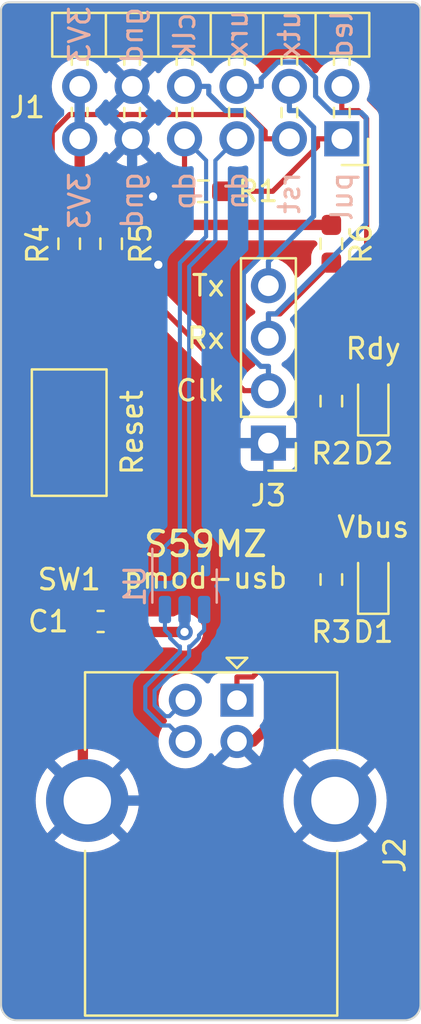
<source format=kicad_pcb>
(kicad_pcb (version 20221018) (generator pcbnew)
  (title_block (title "PMOD - USB") (date "2023-12-01") (rev "1.0") (company "S59MZ"))
  (layers (0 "F.Cu" signal) (31 "B.Cu" signal) (34 "B.Paste" user) (35 "F.Paste" user) (36 "B.SilkS" user "B.Silkscreen") (37 "F.SilkS" user "F.Silkscreen") (38 "B.Mask" user) (39 "F.Mask" user) (44 "Edge.Cuts" user))
  (net 0 "")
  (net 1 "+3V3")
  (net 2 "GND")
  (net 3 "Net-(D1-A)")
  (net 4 "Net-(D2-A)")
  (net 5 "/dp_pull")
  (net 6 "/led")
  (net 7 "/uart_tx")
  (net 8 "/uart-rx")
  (net 9 "/rst")
  (net 10 "/clk")
  (net 11 "Net-(J2-VBUS)")
  (net 12 "/d-")
  (net 13 "/d+")
  (net 14 "/d_N")
  (net 15 "/d_P")
  (footprint "Resistor_SMD:R_0603_1608Metric_Pad0.98x0.95mm_HandSolder" (layer "F.Cu") (at 122.682 87.3125 -90)
    (fp_text reference "R3" (at 2.54 0) (layer "F.SilkS"))
    (fp_text value "150E")
    (fp_line (start -0.254724 -0.5225) (end 0.254724 -0.5225) (stroke (width 0.12)) (layer "F.SilkS"))
    (fp_line (start -0.254724 0.5225) (end 0.254724 0.5225) (stroke (width 0.12)) (layer "F.SilkS"))
    (pad "1" smd roundrect (at -0.9125 0 270) (size 0.975 0.95) (layers "F.Cu" "F.Paste" "F.Mask") (net 3 "Net-(D1-A)"))
    (pad "2" smd roundrect (at 0.9125 0 270) (size 0.975 0.95) (layers "F.Cu" "F.Paste" "F.Mask") (net 11 "Net-(J2-VBUS)"))
  )
  (footprint "LED_SMD:LED_0603_1608Metric_Pad1.05x0.95mm_HandSolder" (layer "F.Cu") (at 124.714 87.3125 90)
    (fp_text reference "D1" (at -2.54 0 180) (layer "F.SilkS"))
    (fp_text value "Vbus" (at 2.54 0) (layer "F.SilkS"))
    (fp_line (start -1.66 -0.735) (end -1.66 0.735) (stroke (width 0.12)) (layer "F.SilkS"))
    (fp_line (start -1.66 0.735) (end 0.8 0.735) (stroke (width 0.12)) (layer "F.SilkS"))
    (fp_line (start 0.8 -0.735) (end -1.66 -0.735) (stroke (width 0.12)) (layer "F.SilkS"))
    (pad "1" smd roundrect (at -0.875 0 90) (size 1.05 0.95) (layers "F.Cu" "F.Paste" "F.Mask") (net 2 "GND"))
    (pad "2" smd roundrect (at 0.875 0 90) (size 1.05 0.95) (layers "F.Cu" "F.Paste" "F.Mask") (net 3 "Net-(D1-A)"))
  )
  (footprint "Resistor_SMD:R_0603_1608Metric_Pad0.98x0.95mm_HandSolder" (layer "F.Cu") (at 122.682 71.0565 -90)
    (fp_text reference "R6" (at 0 -1.43 90) (layer "F.SilkS"))
    (fp_text value "10k")
    (fp_line (start -0.254724 -0.5225) (end 0.254724 -0.5225) (stroke (width 0.12)) (layer "F.SilkS"))
    (fp_line (start -0.254724 0.5225) (end 0.254724 0.5225) (stroke (width 0.12)) (layer "F.SilkS"))
    (pad "1" smd roundrect (at -0.9125 0 270) (size 0.975 0.95) (layers "F.Cu" "F.Paste" "F.Mask") (net 1 "+3V3"))
    (pad "2" smd roundrect (at 0.9125 0 270) (size 0.975 0.95) (layers "F.Cu" "F.Paste" "F.Mask") (net 8 "/uart-rx"))
  )
  (footprint "Resistor_SMD:R_0603_1608Metric_Pad0.98x0.95mm_HandSolder" (layer "F.Cu") (at 109.982 71.0565 -90)
    (fp_text reference "R4" (at 0 1.524 90) (layer "F.SilkS"))
    (fp_text value "10k")
    (fp_line (start -0.254724 -0.5225) (end 0.254724 -0.5225) (stroke (width 0.12)) (layer "F.SilkS"))
    (fp_line (start -0.254724 0.5225) (end 0.254724 0.5225) (stroke (width 0.12)) (layer "F.SilkS"))
    (pad "1" smd roundrect (at -0.9125 0 270) (size 0.975 0.95) (layers "F.Cu" "F.Paste" "F.Mask") (net 1 "+3V3"))
    (pad "2" smd roundrect (at 0.9125 0 270) (size 0.975 0.95) (layers "F.Cu" "F.Paste" "F.Mask") (net 9 "/rst"))
  )
  (footprint "LED_SMD:LED_0603_1608Metric_Pad1.05x0.95mm_HandSolder" (layer "F.Cu") (at 124.714 78.6765 90)
    (fp_text reference "D2" (at -2.54 0) (layer "F.SilkS"))
    (fp_text value "Rdy" (at 2.54 0) (layer "F.SilkS"))
    (fp_line (start -1.66 -0.735) (end -1.66 0.735) (stroke (width 0.12)) (layer "F.SilkS"))
    (fp_line (start -1.66 0.735) (end 0.8 0.735) (stroke (width 0.12)) (layer "F.SilkS"))
    (fp_line (start 0.8 -0.735) (end -1.66 -0.735) (stroke (width 0.12)) (layer "F.SilkS"))
    (pad "1" smd roundrect (at -0.875 0 90) (size 1.05 0.95) (layers "F.Cu" "F.Paste" "F.Mask") (net 2 "GND"))
    (pad "2" smd roundrect (at 0.875 0 90) (size 1.05 0.95) (layers "F.Cu" "F.Paste" "F.Mask") (net 4 "Net-(D2-A)"))
  )
  (footprint "Connector_PinHeader_2.54mm:PinHeader_2x06_P2.54mm_Horizontal" (layer "F.Cu") (at 123.19 65.9765 90)
    (fp_text reference "J1" (at 1.524 -15.24) (layer "F.SilkS"))
    (fp_text value "pmod")
    (fp_line (start -1.27 1.27) (end -1.27 0) (stroke (width 0.12)) (layer "F.SilkS"))
    (fp_line (start -1.27 1.27) (end 0 1.27) (stroke (width 0.12)) (layer "F.SilkS"))
    (fp_line (start 1.042929 -10.54) (end 1.497071 -10.54) (stroke (width 0.12)) (layer "F.SilkS"))
    (fp_line (start 1.042929 -9.78) (end 1.497071 -9.78) (stroke (width 0.12)) (layer "F.SilkS"))
    (fp_line (start 1.042929 -8) (end 1.497071 -8) (stroke (width 0.12)) (layer "F.SilkS"))
    (fp_line (start 1.042929 -7.24) (end 1.497071 -7.24) (stroke (width 0.12)) (layer "F.SilkS"))
    (fp_line (start 1.042929 -5.46) (end 1.497071 -5.46) (stroke (width 0.12)) (layer "F.SilkS"))
    (fp_line (start 1.042929 -4.7) (end 1.497071 -4.7) (stroke (width 0.12)) (layer "F.SilkS"))
    (fp_line (start 1.042929 -2.92) (end 1.497071 -2.92) (stroke (width 0.12)) (layer "F.SilkS"))
    (fp_line (start 1.042929 -2.16) (end 1.497071 -2.16) (stroke (width 0.12)) (layer "F.SilkS"))
    (fp_line (start 1.042929 -0.38) (end 1.497071 -0.38) (stroke (width 0.12)) (layer "F.SilkS"))
    (fp_line (start 1.042929 0.38) (end 1.497071 0.38) (stroke (width 0.12)) (layer "F.SilkS"))
    (fp_line (start 1.11 -13.08) (end 1.497071 -13.08) (stroke (width 0.12)) (layer "F.SilkS"))
    (fp_line (start 1.11 -12.32) (end 1.497071 -12.32) (stroke (width 0.12)) (layer "F.SilkS"))
    (fp_line (start 3.582929 -13.08) (end 3.98 -13.08) (stroke (width 0.12)) (layer "F.SilkS"))
    (fp_line (start 3.582929 -12.32) (end 3.98 -12.32) (stroke (width 0.12)) (layer "F.SilkS"))
    (fp_line (start 3.582929 -10.54) (end 3.98 -10.54) (stroke (width 0.12)) (layer "F.SilkS"))
    (fp_line (start 3.582929 -9.78) (end 3.98 -9.78) (stroke (width 0.12)) (layer "F.SilkS"))
    (fp_line (start 3.582929 -8) (end 3.98 -8) (stroke (width 0.12)) (layer "F.SilkS"))
    (fp_line (start 3.582929 -7.24) (end 3.98 -7.24) (stroke (width 0.12)) (layer "F.SilkS"))
    (fp_line (start 3.582929 -5.46) (end 3.98 -5.46) (stroke (width 0.12)) (layer "F.SilkS"))
    (fp_line (start 3.582929 -4.7) (end 3.98 -4.7) (stroke (width 0.12)) (layer "F.SilkS"))
    (fp_line (start 3.582929 -2.92) (end 3.98 -2.92) (stroke (width 0.12)) (layer "F.SilkS"))
    (fp_line (start 3.582929 -2.16) (end 3.98 -2.16) (stroke (width 0.12)) (layer "F.SilkS"))
    (fp_line (start 3.582929 -0.38) (end 3.98 -0.38) (stroke (width 0.12)) (layer "F.SilkS"))
    (fp_line (start 3.582929 0.38) (end 3.98 0.38) (stroke (width 0.12)) (layer "F.SilkS"))
    (fp_line (start 3.98 -14.03) (end 3.98 1.33) (stroke (width 0.12)) (layer "F.SilkS"))
    (fp_line (start 3.98 -11.43) (end 6.096 -11.43) (stroke (width 0.12)) (layer "F.SilkS"))
    (fp_line (start 3.98 -8.89) (end 6.096 -8.89) (stroke (width 0.12)) (layer "F.SilkS"))
    (fp_line (start 3.98 -6.35) (end 6.096 -6.35) (stroke (width 0.12)) (layer "F.SilkS"))
    (fp_line (start 3.98 -3.81) (end 6.096 -3.81) (stroke (width 0.12)) (layer "F.SilkS"))
    (fp_line (start 3.98 -1.27) (end 6.096 -1.27) (stroke (width 0.12)) (layer "F.SilkS"))
    (fp_line (start 3.98 1.33) (end 6.096 1.33) (stroke (width 0.12)) (layer "F.SilkS"))
    (fp_line (start 6.096 -14.03) (end 3.98 -14.03) (stroke (width 0.12)) (layer "F.SilkS"))
    (fp_line (start 6.096 1.33) (end 6.096 -14.03) (stroke (width 0.12)) (layer "F.SilkS"))
    (pad "1" thru_hole rect locked (at 0 0 90) (size 1.7 1.7) (drill 1) (layers "*.Cu" "*.Mask") (net 5 "/dp_pull"))
    (pad "2" thru_hole oval locked (at 2.54 0 90) (size 1.7 1.7) (drill 1) (layers "*.Cu" "*.Mask") (net 6 "/led"))
    (pad "3" thru_hole oval locked (at 0 -2.54 90) (size 1.7 1.7) (drill 1) (layers "*.Cu" "*.Mask") (net 9 "/rst"))
    (pad "4" thru_hole oval locked (at 2.54 -2.54 90) (size 1.7 1.7) (drill 1) (layers "*.Cu" "*.Mask") (net 7 "/uart_tx"))
    (pad "5" thru_hole oval locked (at 0 -5.08 90) (size 1.7 1.7) (drill 1) (layers "*.Cu" "*.Mask") (net 14 "/d_N"))
    (pad "6" thru_hole oval locked (at 2.54 -5.08 90) (size 1.7 1.7) (drill 1) (layers "*.Cu" "*.Mask") (net 8 "/uart-rx"))
    (pad "7" thru_hole oval locked (at 0 -7.62 90) (size 1.7 1.7) (drill 1) (layers "*.Cu" "*.Mask") (net 15 "/d_P"))
    (pad "8" thru_hole oval locked (at 2.54 -7.62 90) (size 1.7 1.7) (drill 1) (layers "*.Cu" "*.Mask") (net 10 "/clk"))
    (pad "9" thru_hole oval locked (at 0 -10.16 90) (size 1.7 1.7) (drill 1) (layers "*.Cu" "*.Mask") (net 2 "GND"))
    (pad "10" thru_hole oval locked (at 2.54 -10.16 90) (size 1.7 1.7) (drill 1) (layers "*.Cu" "*.Mask") (net 2 "GND"))
    (pad "11" thru_hole oval locked (at 0 -12.7 90) (size 1.7 1.7) (drill 1) (layers "*.Cu" "*.Mask") (net 1 "+3V3"))
    (pad "12" thru_hole oval locked (at 2.54 -12.7 90) (size 1.7 1.7) (drill 1) (layers "*.Cu" "*.Mask") (net 1 "+3V3"))
  )
  (footprint "Connector_USB:USB_B_Lumberg_2411_02_Horizontal" (layer "F.Cu") (at 118.11 93.1545 -90)
    (fp_text reference "J2" (at 7.5 -7.65 90) (layer "F.SilkS"))
    (fp_text value "USB_B")
    (fp_line (start -2.05 -0.5) (end -2.05 0.5) (stroke (width 0.12)) (layer "F.SilkS"))
    (fp_line (start -2.05 0.5) (end -1.55 0) (stroke (width 0.12)) (layer "F.SilkS"))
    (fp_line (start -1.55 0) (end -2.05 -0.5) (stroke (width 0.12)) (layer "F.SilkS"))
    (fp_line (start -1.35 -4.86) (end 2.4 -4.86) (stroke (width 0.12)) (layer "F.SilkS"))
    (fp_line (start -1.35 7.36) (end -1.35 -4.86) (stroke (width 0.12)) (layer "F.SilkS"))
    (fp_line (start -1.35 7.36) (end 2.4 7.36) (stroke (width 0.12)) (layer "F.SilkS"))
    (fp_line (start 15.27 -4.86) (end 7.3 -4.86) (stroke (width 0.12)) (layer "F.SilkS"))
    (fp_line (start 15.27 7.36) (end 7.3 7.36) (stroke (width 0.12)) (layer "F.SilkS"))
    (fp_line (start 15.27 7.36) (end 15.27 -4.86) (stroke (width 0.12)) (layer "F.SilkS"))
    (pad "1" thru_hole rect locked (at 0 0) (size 1.6 1.6) (drill 0.95) (layers "*.Cu" "*.Mask") (net 11 "Net-(J2-VBUS)"))
    (pad "2" thru_hole circle locked (at 0 2.5) (size 1.6 1.6) (drill 0.95) (layers "*.Cu" "*.Mask") (net 12 "/d-"))
    (pad "3" thru_hole circle locked (at 2 2.5) (size 1.6 1.6) (drill 0.95) (layers "*.Cu" "*.Mask") (net 13 "/d+"))
    (pad "4" thru_hole circle locked (at 2 0) (size 1.6 1.6) (drill 0.95) (layers "*.Cu" "*.Mask") (net 2 "GND"))
    (pad "5" thru_hole circle locked (at 4.86 -4.75) (size 4 4) (drill 2.3) (layers "*.Cu" "*.Mask") (net 2 "GND"))
    (pad "5" thru_hole circle locked (at 4.86 7.25) (size 4 4) (drill 2.3) (layers "*.Cu" "*.Mask") (net 2 "GND"))
  )
  (footprint "Capacitor_SMD:C_0603_1608Metric_Pad1.08x0.95mm_HandSolder" (layer "F.Cu") (at 111.506 89.3445 180)
    (fp_text reference "C1" (at 2.54 0) (layer "F.SilkS"))
    (fp_text value "100n")
    (fp_line (start -0.146267 -0.51) (end 0.146267 -0.51) (stroke (width 0.12)) (layer "F.SilkS"))
    (fp_line (start -0.146267 0.51) (end 0.146267 0.51) (stroke (width 0.12)) (layer "F.SilkS"))
    (pad "1" smd roundrect (at -0.8625 0 180) (size 1.075 0.95) (layers "F.Cu" "F.Paste" "F.Mask") (net 1 "+3V3"))
    (pad "2" smd roundrect (at 0.8625 0 180) (size 1.075 0.95) (layers "F.Cu" "F.Paste" "F.Mask") (net 2 "GND"))
  )
  (footprint "Resistor_SMD:R_0603_1608Metric_Pad0.98x0.95mm_HandSolder" (layer "F.Cu") (at 112.014 71.0565 -90)
    (fp_text reference "R5" (at 0 -1.43 90) (layer "F.SilkS"))
    (fp_text value "10k")
    (fp_line (start -0.254724 -0.5225) (end 0.254724 -0.5225) (stroke (width 0.12)) (layer "F.SilkS"))
    (fp_line (start -0.254724 0.5225) (end 0.254724 0.5225) (stroke (width 0.12)) (layer "F.SilkS"))
    (pad "1" smd roundrect (at -0.9125 0 270) (size 0.975 0.95) (layers "F.Cu" "F.Paste" "F.Mask") (net 1 "+3V3"))
    (pad "2" smd roundrect (at 0.9125 0 270) (size 0.975 0.95) (layers "F.Cu" "F.Paste" "F.Mask") (net 10 "/clk"))
  )
  (footprint "Connector_PinHeader_2.54mm:PinHeader_1x04_P2.54mm_Vertical" (layer "F.Cu") (at 119.634 80.7085 180)
    (fp_text reference "J3" (at 0 -2.54) (layer "F.SilkS"))
    (fp_text value "Debug")
    (fp_text user "Rx" (at 2.032 5.08 unlocked) (layer "F.SilkS") (effects (justify right)))
    (fp_text user "Clk" (at 2.032 2.54 unlocked) (layer "F.SilkS") (effects (justify right)))
    (fp_text user "Tx" (at 2.032 7.62 unlocked) (layer "F.SilkS") (effects (justify right)))
    (fp_line (start -1.33 -1.33) (end 0 -1.33) (stroke (width 0.12)) (layer "F.SilkS"))
    (fp_line (start -1.33 0) (end -1.33 -1.33) (stroke (width 0.12)) (layer "F.SilkS"))
    (fp_line (start -1.33 1.27) (end -1.33 8.95) (stroke (width 0.12)) (layer "F.SilkS"))
    (fp_line (start -1.33 1.27) (end 1.33 1.27) (stroke (width 0.12)) (layer "F.SilkS"))
    (fp_line (start -1.33 8.95) (end 1.33 8.95) (stroke (width 0.12)) (layer "F.SilkS"))
    (fp_line (start 1.33 1.27) (end 1.33 8.95) (stroke (width 0.12)) (layer "F.SilkS"))
    (pad "1" thru_hole rect (at 0 0 180) (size 1.7 1.7) (drill 1) (layers "*.Cu" "*.Mask") (net 2 "GND"))
    (pad "2" thru_hole oval (at 0 2.54 180) (size 1.7 1.7) (drill 1) (layers "*.Cu" "*.Mask") (net 10 "/clk"))
    (pad "3" thru_hole oval (at 0 5.08 180) (size 1.7 1.7) (drill 1) (layers "*.Cu" "*.Mask") (net 8 "/uart-rx"))
    (pad "4" thru_hole oval (at 0 7.62 180) (size 1.7 1.7) (drill 1) (layers "*.Cu" "*.Mask") (net 7 "/uart_tx"))
  )
  (footprint "Button_Switch_SMD:SW_SPST_FSMSM" (layer "F.Cu") (at 109.982 80.2005 -90)
    (fp_text reference "SW1" (at 7.112 0) (layer "F.SilkS"))
    (fp_text value "Reset" (at 0 -3.048 90) (layer "F.SilkS"))
    (fp_line (start -3.06 -1.81) (end 3.06 -1.81) (stroke (width 0.12)) (layer "F.SilkS"))
    (fp_line (start -3.06 1.81) (end -3.06 -1.81) (stroke (width 0.12)) (layer "F.SilkS"))
    (fp_line (start 3.06 -1.81) (end 3.06 1.81) (stroke (width 0.12)) (layer "F.SilkS"))
    (fp_line (start 3.06 1.81) (end -3.06 1.81) (stroke (width 0.12)) (layer "F.SilkS"))
    (pad "1" smd rect (at -4.59 0 270) (size 2.18 1.6) (layers "F.Cu" "F.Paste" "F.Mask") (net 9 "/rst"))
    (pad "2" smd rect (at 4.59 0 270) (size 2.18 1.6) (layers "F.Cu" "F.Paste" "F.Mask") (net 2 "GND"))
  )
  (footprint "Resistor_SMD:R_0603_1608Metric_Pad0.98x0.95mm_HandSolder" (layer "F.Cu") (at 122.682 78.6765 90)
    (fp_text reference "R2" (at -2.54 0) (layer "F.SilkS"))
    (fp_text value "68E")
    (fp_line (start -0.254724 -0.5225) (end 0.254724 -0.5225) (stroke (width 0.12)) (layer "F.SilkS"))
    (fp_line (start -0.254724 0.5225) (end 0.254724 0.5225) (stroke (width 0.12)) (layer "F.SilkS"))
    (pad "1" smd roundrect (at -0.9125 0 90) (size 0.975 0.95) (layers "F.Cu" "F.Paste" "F.Mask") (net 4 "Net-(D2-A)"))
    (pad "2" smd roundrect (at 0.9125 0 90) (size 0.975 0.95) (layers "F.Cu" "F.Paste" "F.Mask") (net 6 "/led"))
  )
  (footprint "Resistor_SMD:R_0603_1608Metric_Pad0.98x0.95mm_HandSolder" (layer "F.Cu") (at 116.4825 68.5165 180)
    (fp_text reference "R1" (at -2.6435 0) (layer "F.SilkS"))
    (fp_text value "1k5")
    (fp_line (start -0.254724 -0.5225) (end 0.254724 -0.5225) (stroke (width 0.12)) (layer "F.SilkS"))
    (fp_line (start -0.254724 0.5225) (end 0.254724 0.5225) (stroke (width 0.12)) (layer "F.SilkS"))
    (pad "1" smd roundrect (at -0.9125 0 180) (size 0.975 0.95) (layers "F.Cu" "F.Paste" "F.Mask") (net 5 "/dp_pull"))
    (pad "2" smd roundrect (at 0.9125 0 180) (size 0.975 0.95) (layers "F.Cu" "F.Paste" "F.Mask") (net 15 "/d_P"))
  )
  (footprint "Package_TO_SOT_SMD:SOT-23-6" (layer "B.Cu") (at 115.57 87.63 -90)
    (fp_text reference "U1" (at 0 2.4 90) (layer "B.SilkS") (effects (justify mirror)))
    (fp_text value "USBLC6-2SC6")
    (fp_line (start 0 -1.56) (end -0.8 -1.56) (stroke (width 0.12)) (layer "B.SilkS"))
    (fp_line (start 0 -1.56) (end 0.8 -1.56) (stroke (width 0.12)) (layer "B.SilkS"))
    (fp_line (start 0 1.56) (end -1.8 1.56) (stroke (width 0.12)) (layer "B.SilkS"))
    (fp_line (start 0 1.56) (end 0.8 1.56) (stroke (width 0.12)) (layer "B.SilkS"))
    (pad "1" smd roundrect (at -1.1375 0.95 270) (size 1.325 0.6) (layers "B.Cu" "B.Paste" "B.Mask") (net 15 "/d_P"))
    (pad "2" smd roundrect (at -1.1375 0 270) (size 1.325 0.6) (layers "B.Cu" "B.Paste" "B.Mask") (net 2 "GND"))
    (pad "3" smd roundrect (at -1.1375 -0.95 270) (size 1.325 0.6) (layers "B.Cu" "B.Paste" "B.Mask") (net 14 "/d_N"))
    (pad "4" smd roundrect (at 1.1375 -0.95 270) (size 1.325 0.6) (layers "B.Cu" "B.Paste" "B.Mask") (net 12 "/d-"))
    (pad "5" smd roundrect (at 1.1375 0 270) (size 1.325 0.6) (layers "B.Cu" "B.Paste" "B.Mask") (net 1 "+3V3"))
    (pad "6" smd roundrect (at 1.1375 0.95 270) (size 1.325 0.6) (layers "B.Cu" "B.Paste" "B.Mask") (net 13 "/d+"))
  )
  (gr_arc (start 106.68 59.7535) (mid 106.791592 59.484092) (end 107.061 59.3725) (stroke (width 0.1)) (layer "Edge.Cuts"))
  (gr_arc (start 107.442 108.6485) (mid 106.903185 108.425315) (end 106.68 107.8865) (stroke (width 0.1)) (layer "Edge.Cuts"))
  (gr_line (start 126.619 59.3725) (end 107.061 59.3725) (stroke (width 0.1)) (layer "Edge.Cuts"))
  (gr_line (start 127 107.8865) (end 127 59.7535) (stroke (width 0.1)) (layer "Edge.Cuts"))
  (gr_arc (start 127 107.8865) (mid 126.776815 108.425315) (end 126.238 108.6485) (stroke (width 0.1)) (layer "Edge.Cuts"))
  (gr_line (start 107.442 108.6485) (end 126.238 108.6485) (stroke (width 0.1)) (layer "Edge.Cuts"))
  (gr_line (start 106.68 59.7535) (end 106.68 107.8865) (stroke (width 0.1)) (layer "Edge.Cuts"))
  (gr_arc (start 126.619 59.3725) (mid 126.888408 59.484092) (end 127 59.7535) (stroke (width 0.1)) (layer "Edge.Cuts"))
  (gr_text "gnd" (at 113.03 67.5005 90) (layer "B.SilkS") (effects (font (size 1 1)) (justify left mirror)))
  (gr_text "3V3" (at 110.49 62.4205 90) (layer "B.SilkS") (effects (font (size 1 1)) (justify right mirror)))
  (gr_text "utx" (at 120.65 62.1665 90) (layer "B.SilkS") (effects (font (size 1 1)) (justify right mirror)))
  (gr_text "pul" (at 123.19 67.5005 90) (layer "B.SilkS") (effects (font (size 1 1)) (justify left mirror)))
  (gr_text "clk" (at 115.57 62.1665 90) (layer "B.SilkS") (effects (font (size 1 1)) (justify right mirror)))
  (gr_text "led" (at 123.19 62.1665 90) (layer "B.SilkS") (effects (font (size 1 1)) (justify right mirror)))
  (gr_text "rst" (at 120.65 67.5005 90) (layer "B.SilkS") (effects (font (size 1 1)) (justify left mirror)))
  (gr_text "dn" (at 118.11 67.5005 90) (layer "B.SilkS") (effects (font (size 1 1)) (justify left mirror)))
  (gr_text "urx" (at 118.11 62.1665 90) (layer "B.SilkS") (effects (font (size 1 1)) (justify right mirror)))
  (gr_text "dp" (at 115.57 67.5005 90) (layer "B.SilkS") (effects (font (size 1 1)) (justify left mirror)))
  (gr_text "gnd" (at 113.03 62.4205 90) (layer "B.SilkS") (effects (font (size 1 1)) (justify right mirror)))
  (gr_text "3V3" (at 110.49 67.5005 90) (layer "B.SilkS") (effects (font (size 1 1)) (justify left mirror)))
  (gr_text "S59MZ" (at 116.586 86.2965) (layer "F.SilkS") (effects (font (size 1.2 1.2) (thickness 0.18)) (justify bottom)))
  (gr_text "pmod-usb" (at 116.586 87.8205) (layer "F.SilkS") (effects (font (size 1 1)) (justify bottom)))
  (segment (start 111.506 70.652) (end 112.014 70.144) (width 0.5) (layer "F.Cu") (net 1))
  (segment (start 115.57 89.8525) (end 112.8765 89.8525) (width 0.5) (layer "F.Cu") (net 1))
  (segment (start 110.49 70.144) (end 110.49 67.2768) (width 0.5) (layer "F.Cu") (net 1))
  (segment (start 111.0615 73.4332) (end 111.0615 70.652) (width 0.5) (layer "F.Cu") (net 1))
  (segment (start 112.8765 89.8525) (end 112.3685 89.3445) (width 0.5) (layer "F.Cu") (net 1))
  (segment (start 112.3685 74.7402) (end 111.0615 73.4332) (width 0.5) (layer "F.Cu") (net 1))
  (segment (start 112.014 70.144) (end 122.682 70.144) (width 0.5) (layer "F.Cu") (net 1))
  (segment (start 111.0615 70.652) (end 111.506 70.652) (width 0.5) (layer "F.Cu") (net 1))
  (segment (start 110.49 70.144) (end 110.998 70.652) (width 0.5) (layer "F.Cu") (net 1))
  (segment (start 110.998 70.652) (end 111.0615 70.652) (width 0.5) (layer "F.Cu") (net 1))
  (segment (start 112.3685 89.3445) (end 112.3685 74.7402) (width 0.5) (layer "F.Cu") (net 1))
  (segment (start 110.49 65.9765) (end 110.49 67.2768) (width 0.5) (layer "F.Cu") (net 1))
  (segment (start 109.982 70.144) (end 110.49 70.144) (width 0.5) (layer "F.Cu") (net 1))
  (via (at 115.57 89.8525) (size 0.8) (drill 0.4) (layers "F.Cu" "B.Cu") (net 1))
  (segment (start 115.57 89.8525) (end 115.57 88.7675) (width 0.5) (layer "B.Cu") (net 1))
  (segment (start 110.49 65.9765) (end 110.49 63.4365) (width 0.5) (layer "B.Cu") (net 1))
  (segment (start 125.685 87.2165) (end 124.714 88.1875) (width 0.5) (layer "F.Cu") (net 2))
  (segment (start 121.525 82.7405) (end 119.634 82.7405) (width 0.5) (layer "F.Cu") (net 2))
  (segment (start 122.2567 82.0088) (end 125.685 85.4371) (width 0.5) (layer "F.Cu") (net 2))
  (segment (start 124.714 88.1875) (end 124.714 89.3405) (width 0.5) (layer "F.Cu") (net 2))
  (segment (start 119.634 82.7405) (end 119.634 80.7085) (width 0.5) (layer "F.Cu") (net 2))
  (segment (start 110.6435 97.798) (end 110.86 98.0145) (width 0.5) (layer "F.Cu") (net 2))
  (segment (start 109.982 88.683) (end 109.982 84.7905) (width 0.5) (layer "F.Cu") (net 2))
  (segment (start 110.6435 89.3445) (end 109.982 88.683) (width 0.5) (layer "F.Cu") (net 2))
  (segment (start 124.714 79.5515) (end 122.2567 82.0088) (width 0.5) (layer "F.Cu") (net 2))
  (segment (start 118.9 95.1545) (end 119.45 94.6045) (width 0.5) (layer "F.Cu") (net 2))
  (segment (start 110.6435 89.3445) (end 110.6435 97.798) (width 0.5) (layer "F.Cu") (net 2))
  (segment (start 122.2567 82.0088) (end 121.525 82.7405) (width 0.5) (layer "F.Cu") (net 2))
  (segment (start 125.685 85.4371) (end 125.685 87.2165) (width 0.5) (layer "F.Cu") (net 2))
  (segment (start 118.11 95.1545) (end 118.9 95.1545) (width 0.5) (layer "F.Cu") (net 2))
  (segment (start 124.714 89.3405) (end 119.45 94.6045) (width 0.5) (layer "F.Cu") (net 2))
  (segment (start 119.45 94.6045) (end 122.86 98.0145) (width 0.5) (layer "F.Cu") (net 2))
  (via (at 114.046 68.7705) (size 0.8) (drill 0.4) (layers "F.Cu" "B.Cu") (net 2))
  (via (at 114.3 72.0725) (size 0.8) (drill 0.4) (layers "F.Cu" "B.Cu") (net 2))
  (segment (start 118.11 95.1545) (end 115.25 98.0145) (width 0.5) (layer "B.Cu") (net 2))
  (segment (start 115.0028 87.63) (end 114.1752 87.63) (width 0.5) (layer "B.Cu") (net 2))
  (segment (start 115.25 98.0145) (end 110.86 98.0145) (width 0.5) (layer "B.Cu") (net 2))
  (segment (start 115.57 86.4925) (end 115.57 87.0628) (width 0.5) (layer "B.Cu") (net 2))
  (segment (start 114.1752 87.63) (end 113.03 86.4848) (width 0.5) (layer "B.Cu") (net 2))
  (segment (start 113.03 86.4848) (end 113.03 65.9765) (width 0.5) (layer "B.Cu") (net 2))
  (segment (start 115.57 87.0628) (end 115.0028 87.63) (width 0.5) (layer "B.Cu") (net 2))
  (segment (start 124.714 86.4375) (end 122.7195 86.4375) (width 0.25) (layer "F.Cu") (net 3))
  (segment (start 122.7195 86.4375) (end 122.682 86.4) (width 0.25) (layer "F.Cu") (net 3))
  (segment (start 124.714 77.8015) (end 124.4695 77.8015) (width 0.25) (layer "F.Cu") (net 4))
  (segment (start 124.4695 77.8015) (end 122.682 79.589) (width 0.25) (layer "F.Cu") (net 4))
  (segment (start 122.0147 65.9765) (end 122.0147 66.3438) (width 0.25) (layer "F.Cu") (net 5))
  (segment (start 122.0147 66.3438) (end 119.842 68.5165) (width 0.25) (layer "F.Cu") (net 5))
  (segment (start 123.19 65.9765) (end 122.0147 65.9765) (width 0.25) (layer "F.Cu") (net 5))
  (segment (start 119.842 68.5165) (end 117.395 68.5165) (width 0.25) (layer "F.Cu") (net 5))
  (segment (start 123.998 64.6118) (end 124.3929 65.0067) (width 0.25) (layer "F.Cu") (net 6))
  (segment (start 124.3929 65.0067) (end 124.3929 76.0531) (width 0.25) (layer "F.Cu") (net 6))
  (segment (start 123.19 64.6118) (end 123.998 64.6118) (width 0.25) (layer "F.Cu") (net 6))
  (segment (start 123.19 63.4365) (end 123.19 64.6118) (width 0.25) (layer "F.Cu") (net 6))
  (segment (start 124.3929 76.0531) (end 122.682 77.764) (width 0.25) (layer "F.Cu") (net 6))
  (segment (start 119.634 71.9132) (end 121.8253 69.7219) (width 0.25) (layer "B.Cu") (net 7))
  (segment (start 121.0174 64.6118) (end 120.65 64.6118) (width 0.25) (layer "B.Cu") (net 7))
  (segment (start 121.8253 69.7219) (end 121.8253 65.4197) (width 0.25) (layer "B.Cu") (net 7))
  (segment (start 121.8253 65.4197) (end 121.0174 64.6118) (width 0.25) (layer "B.Cu") (net 7))
  (segment (start 119.634 73.0885) (end 119.634 71.9132) (width 0.25) (layer "B.Cu") (net 7))
  (segment (start 120.65 63.4365) (end 120.65 64.6118) (width 0.25) (layer "B.Cu") (net 7))
  (segment (start 119.634 75.6285) (end 119.634 74.4532) (width 0.25) (layer "F.Cu") (net 8))
  (segment (start 119.634 74.4532) (end 120.1978 74.4532) (width 0.25) (layer "F.Cu") (net 8))
  (segment (start 120.1978 74.4532) (end 122.682 71.969) (width 0.25) (layer "F.Cu") (net 8))
  (segment (start 122.7117 64.7065) (end 121.92 63.9148) (width 0.25) (layer "B.Cu") (net 8))
  (segment (start 124.3654 64.9454) (end 124.1265 64.7065) (width 0.25) (layer "B.Cu") (net 8))
  (segment (start 124.1265 64.7065) (end 122.7117 64.7065) (width 0.25) (layer "B.Cu") (net 8))
  (segment (start 118.11 63.4365) (end 119.2853 63.4365) (width 0.25) (layer "B.Cu") (net 8))
  (segment (start 124.3654 70.0891) (end 124.3654 64.9454) (width 0.25) (layer "B.Cu") (net 8))
  (segment (start 119.634 74.4532) (end 120.0013 74.4532) (width 0.25) (layer "B.Cu") (net 8))
  (segment (start 121.1655 62.2612) (end 120.0932 62.2612) (width 0.25) (layer "B.Cu") (net 8))
  (segment (start 119.2853 63.0691) (end 119.2853 63.4365) (width 0.25) (layer "B.Cu") (net 8))
  (segment (start 120.0932 62.2612) (end 119.2853 63.0691) (width 0.25) (layer "B.Cu") (net 8))
  (segment (start 121.92 63.9148) (end 121.92 63.0157) (width 0.25) (layer "B.Cu") (net 8))
  (segment (start 119.634 75.6285) (end 119.634 74.4532) (width 0.25) (layer "B.Cu") (net 8))
  (segment (start 121.92 63.0157) (end 121.1655 62.2612) (width 0.25) (layer "B.Cu") (net 8))
  (segment (start 120.0013 74.4532) (end 124.3654 70.0891) (width 0.25) (layer "B.Cu") (net 8))
  (segment (start 109.1587 71.1457) (end 109.1587 65.646099) (width 0.25) (layer "F.Cu") (net 9))
  (segment (start 118.6668 64.8012) (end 119.4747 65.6091) (width 0.25) (layer "F.Cu") (net 9))
  (segment (start 109.982 71.969) (end 109.1587 71.1457) (width 0.25) (layer "F.Cu") (net 9))
  (segment (start 109.1587 65.646099) (end 110.003599 64.8012) (width 0.25) (layer "F.Cu") (net 9))
  (segment (start 109.982 75.6105) (end 109.982 71.969) (width 0.25) (layer "F.Cu") (net 9))
  (segment (start 119.4747 65.6091) (end 119.4747 65.9765) (width 0.25) (layer "F.Cu") (net 9))
  (segment (start 119.4747 65.9765) (end 120.65 65.9765) (width 0.25) (layer "F.Cu") (net 9))
  (segment (start 110.003599 64.8012) (end 118.6668 64.8012) (width 0.25) (layer "F.Cu") (net 9))
  (segment (start 119.634 78.1685) (end 118.4587 78.1685) (width 0.25) (layer "F.Cu") (net 10))
  (segment (start 112.2592 71.969) (end 112.014 71.969) (width 0.25) (layer "F.Cu") (net 10))
  (segment (start 118.4587 78.1685) (end 112.2592 71.969) (width 0.25) (layer "F.Cu") (net 10))
  (segment (start 117.5532 64.6118) (end 116.7453 63.8039) (width 0.25) (layer "B.Cu") (net 10))
  (segment (start 116.7453 63.8039) (end 116.7453 63.4365) (width 0.25) (layer "B.Cu") (net 10))
  (segment (start 115.57 63.4365) (end 116.7453 63.4365) (width 0.25) (layer "B.Cu") (net 10))
  (segment (start 119.2854 71.6249) (end 119.2854 65.4509) (width 0.25) (layer "B.Cu") (net 10))
  (segment (start 118.4224 76.1489) (end 118.4224 72.4879) (width 0.25) (layer "B.Cu") (net 10))
  (segment (start 118.4463 64.6118) (end 117.5532 64.6118) (width 0.25) (layer "B.Cu") (net 10))
  (segment (start 119.634 76.9932) (end 119.2667 76.9932) (width 0.25) (layer "B.Cu") (net 10))
  (segment (start 119.634 78.1685) (end 119.634 76.9932) (width 0.25) (layer "B.Cu") (net 10))
  (segment (start 119.2667 76.9932) (end 118.4224 76.1489) (width 0.25) (layer "B.Cu") (net 10))
  (segment (start 118.4224 72.4879) (end 119.2854 71.6249) (width 0.25) (layer "B.Cu") (net 10))
  (segment (start 119.2854 65.4509) (end 118.4463 64.6118) (width 0.25) (layer "B.Cu") (net 10))
  (segment (start 118.11 93.1545) (end 118.11 92.0292) (width 0.25) (layer "F.Cu") (net 11))
  (segment (start 118.11 92.0292) (end 118.8778 92.0292) (width 0.25) (layer "F.Cu") (net 11))
  (segment (start 118.8778 92.0292) (end 122.682 88.225) (width 0.25) (layer "F.Cu") (net 11))
  (segment (start 114.119 93.4071) (end 114.641 93.9295) (width 0.2) (layer "B.Cu") (net 12))
  (segment (start 115.795 90.5525) (end 115.795 91.0125) (width 0.2) (layer "B.Cu") (net 12))
  (segment (start 116.27 90.1424) (end 115.86 90.5525) (width 0.2) (layer "B.Cu") (net 12))
  (segment (start 116.27 90.0113) (end 116.27 90.1424) (width 0.2) (layer "B.Cu") (net 12))
  (segment (start 115.795 91.0125) (end 114.119 92.6889) (width 0.2) (layer "B.Cu") (net 12))
  (segment (start 115.86 90.5525) (end 115.795 90.5525) (width 0.2) (layer "B.Cu") (net 12))
  (segment (start 116.52 89.7613) (end 116.27 90.0113) (width 0.2) (layer "B.Cu") (net 12))
  (segment (start 116.52 88.7675) (end 116.52 89.7613) (width 0.2) (layer "B.Cu") (net 12))
  (segment (start 114.835 93.9295) (end 115.61 93.1545) (width 0.2) (layer "B.Cu") (net 12))
  (segment (start 114.641 93.9295) (end 114.835 93.9295) (width 0.2) (layer "B.Cu") (net 12))
  (segment (start 114.119 92.6889) (end 114.119 93.4071) (width 0.2) (layer "B.Cu") (net 12))
  (segment (start 113.669 92.5025) (end 113.669 93.5935) (width 0.2) (layer "B.Cu") (net 13))
  (segment (start 114.87 90.1424) (end 115.28 90.5525) (width 0.2) (layer "B.Cu") (net 13))
  (segment (start 115.345 90.8261) (end 113.669 92.5025) (width 0.2) (layer "B.Cu") (net 13))
  (segment (start 114.62 88.7675) (end 114.62 89.7613) (width 0.2) (layer "B.Cu") (net 13))
  (segment (start 114.62 89.7613) (end 114.87 90.0113) (width 0.2) (layer "B.Cu") (net 13))
  (segment (start 114.835 94.3795) (end 115.61 95.1545) (width 0.2) (layer "B.Cu") (net 13))
  (segment (start 113.669 93.5935) (end 114.455 94.3795) (width 0.2) (layer "B.Cu") (net 13))
  (segment (start 114.87 90.0113) (end 114.87 90.1424) (width 0.2) (layer "B.Cu") (net 13))
  (segment (start 114.455 94.3795) (end 114.835 94.3795) (width 0.2) (layer "B.Cu") (net 13))
  (segment (start 115.345 90.5525) (end 115.345 90.8261) (width 0.2) (layer "B.Cu") (net 13))
  (segment (start 115.28 90.5525) (end 115.345 90.5525) (width 0.2) (layer "B.Cu") (net 13))
  (segment (start 115.795 84.9975) (end 115.795 72.1657) (width 0.2) (layer "B.Cu") (net 14))
  (segment (start 116.52 85.7225) (end 115.795 84.9975) (width 0.2) (layer "B.Cu") (net 14))
  (segment (start 116.52 86.4925) (end 116.52 85.7225) (width 0.2) (layer "B.Cu") (net 14))
  (segment (start 115.795 72.1657) (end 117.065 70.8957) (width 0.2) (layer "B.Cu") (net 14))
  (segment (start 117.065 70.8957) (end 117.065 67.0215) (width 0.2) (layer "B.Cu") (net 14))
  (segment (start 117.065 67.0215) (end 118.11 65.9765) (width 0.2) (layer "B.Cu") (net 14))
  (segment (start 115.57 65.9765) (end 115.57 68.5165) (width 0.25) (layer "F.Cu") (net 15))
  (segment (start 116.615 70.7093) (end 116.615 67.0215) (width 0.2) (layer "B.Cu") (net 15))
  (segment (start 115.345 71.9793) (end 116.615 70.7093) (width 0.2) (layer "B.Cu") (net 15))
  (segment (start 116.615 67.0215) (end 115.57 65.9765) (width 0.2) (layer "B.Cu") (net 15))
  (segment (start 114.62 85.7225) (end 115.345 84.9975) (width 0.2) (layer "B.Cu") (net 15))
  (segment (start 114.62 86.4925) (end 114.62 85.7225) (width 0.2) (layer "B.Cu") (net 15))
  (segment (start 115.345 84.9975) (end 115.345 71.9793) (width 0.2) (layer "B.Cu") (net 15))
  (zone (net 2) (net_name "GND") (layers "F&B.Cu") (connect_pads (clearance 0.5)) (min_thickness 0.25) (fill yes (thermal_gap 0.5) (thermal_bridge_width 0.5))
    (polygon (pts (xy 127 59.3725) (xy 106.68 59.3725) (xy 106.68 108.6485) (xy 127 108.6485)))
  )
)
</source>
